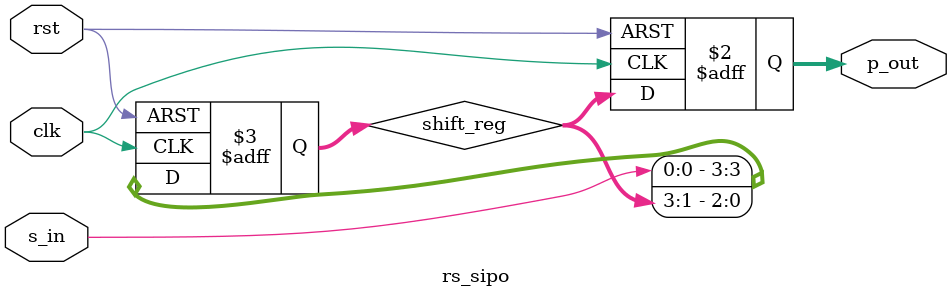
<source format=v>
module rs_sipo(
input clk,rst,
input s_in,
output reg[3:0]p_out
);
reg [3:0]shift_reg;

always@(posedge clk or posedge rst)
begin
if (rst) begin
 shift_reg <= 4'b0000;
 p_out <= 4'b0000;
end
else begin
 shift_reg <= {s_in,shift_reg[3:1]};
 p_out <= shift_reg;
end
end
endmodule

</source>
